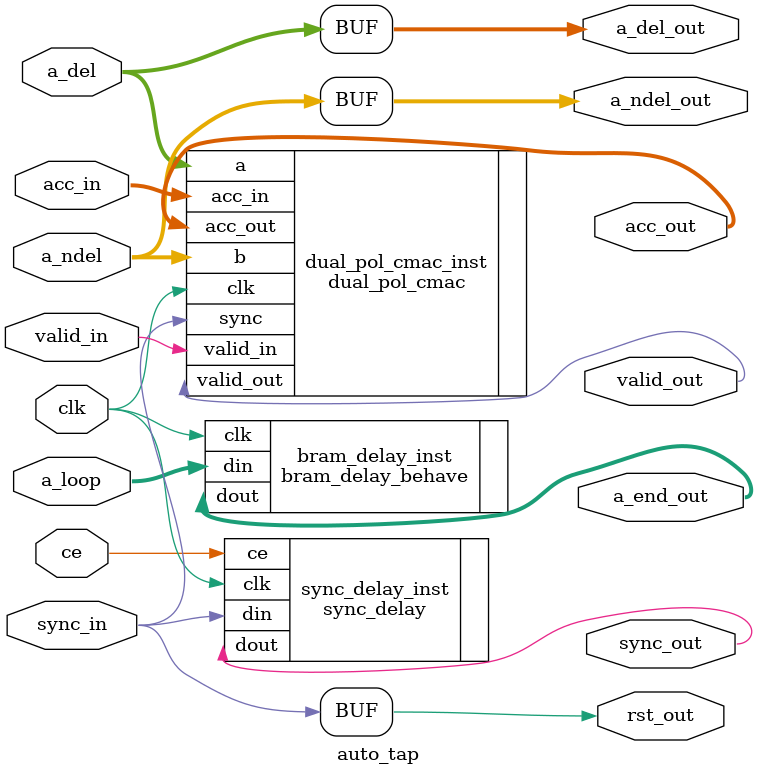
<source format=v>
`ifndef auto_tap
`define auto_tap
`define DEBUG

`timescale 1ns / 1ps
//////////////////////////////////////////////////////////////////////////////////
// Company: 
// Engineer: 
// 
// Create Date:    14:25:43 10/18/2011 
// Design Name: 
// Module Name:    auto_tap 
// Project Name: 
// Target Devices: 
// Tool versions: 
// Description: 
//
// Dependencies: 
//
// Revision: 
// Revision 0.01 - File Created
// Additional Comments: 
//
//////////////////////////////////////////////////////////////////////////////////
module auto_tap(
    clk,
    ce,
    a_del,
    sync_in,
    a_ndel,
    acc_in,
    valid_in,
    a_loop,
    a_del_out,
    acc_out,
    valid_out,
    rst_out,
    sync_out,
    a_ndel_out,
    a_end_out
    );

   
    parameter SERIAL_ACC_LEN_BITS = 7;  //Serial accumulation length (2^?)
    parameter P_FACTOR_BITS = 2;        //Number of samples to accumulate in parallel (2^?)
    parameter BITWIDTH = 4;             //bitwidth of each real/imag part of a single sample
    parameter ACC_MUX_LATENCY = 2;      //Latency of the mux to place the accumulation result on the xeng shift reg
    parameter FIRST_DSP_REGISTERS = 2;  //number of registers on the input of the first DSP slice in the chain
    parameter DSP_REGISTERS = 2;        //number of registers on the input of all others DSP slices in the chain
    parameter N_ANTS = 32;              //number of (dual pol) antenna inputs
    parameter BRAM_LATENCY = 2;         //Latency of brams in delay chain
    
    localparam MULT_LATENCY = ((1<<P_FACTOR_BITS)-1 + (FIRST_DSP_REGISTERS+2));      //Multiplier Latency (= latency of first DSP + 1 for every additional DSP)
    localparam ADD_LATENCY = 1;                                                     //Adder latency (currently hardcoded to 1)
    localparam P_FACTOR = 1<<P_FACTOR_BITS;                                         //number of parallel cmults
    localparam INPUT_WIDTH = 2*BITWIDTH*2*(1<<P_FACTOR_BITS);                       //width of complex in/out bus (dual pol)
    localparam ACC_WIDTH = 4*2*((2*BITWIDTH+1)+P_FACTOR_BITS+SERIAL_ACC_LEN_BITS);  //width of complex acc in/out bus (4 stokes)
    localparam SERIAL_ACC_LEN = 1<<SERIAL_ACC_LEN_BITS;
    
    input clk;                                                  //clock input
    input ce;                                                   //simulink needs a ce port
    input sync_in;                                              // sync input
    input [INPUT_WIDTH-1:0] a_del;                              // delayed antenna signal
    input [INPUT_WIDTH-1:0] a_ndel;                             // not delayed antenna signal
    input [INPUT_WIDTH-1:0] a_loop;                             // loop input from last baseline tap in series
    input [ACC_WIDTH-1:0] acc_in;                               // accumulation input
    input valid_in;                                             // accumulation input valid flag
    output rst_out;                                             // reset passthough
    output [INPUT_WIDTH-1:0] a_ndel_out;                        // not delayed antenna passthrough
    output [INPUT_WIDTH-1:0] a_del_out;                         // delayed antenna passthrough
    output [INPUT_WIDTH-1:0] a_end_out;                         // "last triangle" antenna passthrough
    output sync_out;                                            // sync passthrough
    output [ACC_WIDTH-1:0] acc_out;                             // accumulation output
    output valid_out;                                           // accumulation output valid flag
    
    
    //Connect up the transparent passthroughs
    assign a_del_out = a_del;
    assign rst_out = sync_in;
    assign a_ndel_out = a_ndel;
    
    //Connect up the sync output with appropriate sync delay
    sync_delay #(
        .DELAY_LENGTH(ADD_LATENCY + MULT_LATENCY + SERIAL_ACC_LEN + (N_ANTS>>1) +1 +1)
        ) sync_delay_inst (
        .clk(clk),
        .ce(ce),
        .din(sync_in),
        .dout(sync_out)
    );

    // Instantiate the antenna_loop passthrough, with bram delay
    //delay length:
    localparam DELAY_LEN = (SERIAL_ACC_LEN-1)*
        (N_ANTS-(N_ANTS>>1)) + //ceil(N_ANTS/2)
        (N_ANTS-(N_ANTS>>1)) - //ceil(N_ANTS/2)
        (N_ANTS>>1);           //floor(N_ANTS/2)

    /*
    bram_delay_top2 #(
        .WIDTH(INPUT_WIDTH),
        .DELAY(DELAY_LEN),
        .LATENCY(BRAM_LATENCY)
        ) bram_delay_inst (
        .clk(clk),
        .din(a_loop),
        .dout(a_end_out)
    );
    */
    bram_delay_behave #(
        .WIDTH(INPUT_WIDTH),
        .DELAY(DELAY_LEN),
        .LATENCY(BRAM_LATENCY)
        ) bram_delay_inst (
        .clk(clk),
        .din(a_loop),
        .dout(a_end_out)
    );

    
    //Instantiate the dual pol cmac (could[should] optimize for auto correlations)
    dual_pol_cmac #(
        .BITWIDTH(BITWIDTH),
        .P_FACTOR_BITS(P_FACTOR_BITS),
        .SERIAL_ACC_LEN_BITS(SERIAL_ACC_LEN_BITS),
        .ACC_MUX_LATENCY(ACC_MUX_LATENCY),
        .FIRST_DSP_REGISTERS(FIRST_DSP_REGISTERS),
        .DSP_REGISTERS(DSP_REGISTERS)
    ) dual_pol_cmac_inst (
        .clk(clk),
        .a(a_del),
        .b(a_ndel),
        .acc_in(acc_in),
        .valid_in(valid_in),
        .sync(sync_in),
        .acc_out(acc_out),
        .valid_out(valid_out)
    );


endmodule

`endif

</source>
